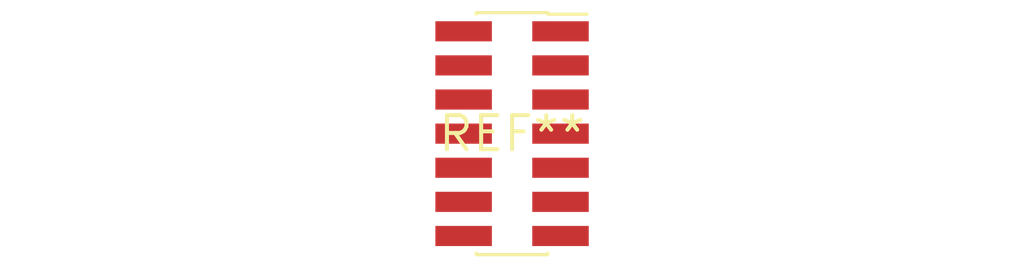
<source format=kicad_pcb>
(kicad_pcb (version 20240108) (generator pcbnew)
  (layers (0 "F.Cu" signal) (31 "B.Cu" signal) (34 "B.Paste" user) (35 "F.Paste" user) (36 "B.SilkS" user "B.Silkscreen") (37 "F.SilkS" user "F.Silkscreen") (38 "B.Mask" user) (39 "F.Mask" user) (44 "Edge.Cuts" user))
  (net 0 "")
  (footprint "PinSocket_2x07_P1.27mm_Vertical_SMD" (layer "F.Cu") (at 0 0)
    (property "Reference" "REF**")
    (property "Value" "PinSocket_2x07_P1.27mm_Vertical_SMD")
    (fp_line (start -1.33 -4.505) (end -1.33 -4.445) (layer "F.SilkS") (stroke (width 0.12)))
    (fp_line (start -1.33 -4.505) (end 1.33 -4.505) (layer "F.SilkS") (stroke (width 0.12)))
    (fp_line (start -1.33 4.445) (end -1.33 4.505) (layer "F.SilkS") (stroke (width 0.12)))
    (fp_line (start -1.33 4.505) (end 1.33 4.505) (layer "F.SilkS") (stroke (width 0.12)))
    (fp_line (start 1.33 -4.505) (end 1.33 -4.445) (layer "F.SilkS") (stroke (width 0.12)))
    (fp_line (start 1.33 -4.445) (end 2.79 -4.445) (layer "F.SilkS") (stroke (width 0.12)))
    (fp_line (start 1.33 4.445) (end 1.33 4.505) (layer "F.SilkS") (stroke (width 0.12)))
    (pad "1" smd rect (at 1.8 -3.81) (size 2.1 0.75) (layers "F.Cu" "F.Paste" "F.Mask"))
    (pad "2" smd rect (at -1.8 -3.81) (size 2.1 0.75) (layers "F.Cu" "F.Paste" "F.Mask"))
    (pad "3" smd rect (at 1.8 -2.54) (size 2.1 0.75) (layers "F.Cu" "F.Paste" "F.Mask"))
    (pad "4" smd rect (at -1.8 -2.54) (size 2.1 0.75) (layers "F.Cu" "F.Paste" "F.Mask"))
    (pad "5" smd rect (at 1.8 -1.27) (size 2.1 0.75) (layers "F.Cu" "F.Paste" "F.Mask"))
    (pad "6" smd rect (at -1.8 -1.27) (size 2.1 0.75) (layers "F.Cu" "F.Paste" "F.Mask"))
    (pad "7" smd rect (at 1.8 0) (size 2.1 0.75) (layers "F.Cu" "F.Paste" "F.Mask"))
    (pad "8" smd rect (at -1.8 0) (size 2.1 0.75) (layers "F.Cu" "F.Paste" "F.Mask"))
    (pad "9" smd rect (at 1.8 1.27) (size 2.1 0.75) (layers "F.Cu" "F.Paste" "F.Mask"))
    (pad "10" smd rect (at -1.8 1.27) (size 2.1 0.75) (layers "F.Cu" "F.Paste" "F.Mask"))
    (pad "11" smd rect (at 1.8 2.54) (size 2.1 0.75) (layers "F.Cu" "F.Paste" "F.Mask"))
    (pad "12" smd rect (at -1.8 2.54) (size 2.1 0.75) (layers "F.Cu" "F.Paste" "F.Mask"))
    (pad "13" smd rect (at 1.8 3.81) (size 2.1 0.75) (layers "F.Cu" "F.Paste" "F.Mask"))
    (pad "14" smd rect (at -1.8 3.81) (size 2.1 0.75) (layers "F.Cu" "F.Paste" "F.Mask"))
  )
)
</source>
